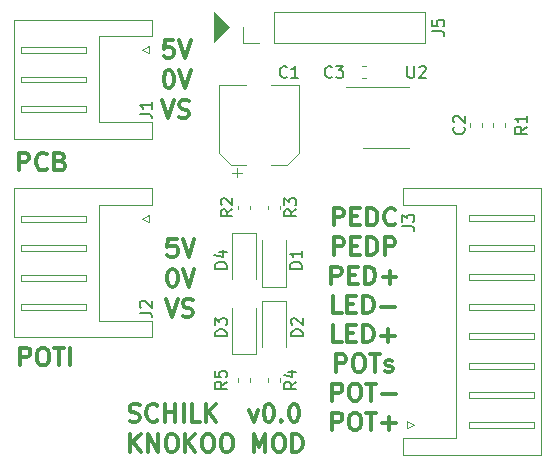
<source format=gbr>
G04 #@! TF.GenerationSoftware,KiCad,Pcbnew,(5.1.5)-3*
G04 #@! TF.CreationDate,2020-09-26T22:29:55+02:00*
G04 #@! TF.ProjectId,KnokooPedalCtrl,4b6e6f6b-6f6f-4506-9564-616c4374726c,v0.0*
G04 #@! TF.SameCoordinates,Original*
G04 #@! TF.FileFunction,Legend,Top*
G04 #@! TF.FilePolarity,Positive*
%FSLAX46Y46*%
G04 Gerber Fmt 4.6, Leading zero omitted, Abs format (unit mm)*
G04 Created by KiCad (PCBNEW (5.1.5)-3) date 2020-09-26 22:29:55*
%MOMM*%
%LPD*%
G04 APERTURE LIST*
%ADD10C,0.100000*%
%ADD11C,0.300000*%
%ADD12C,0.120000*%
%ADD13C,0.150000*%
G04 APERTURE END LIST*
D10*
G36*
X73660000Y-58420000D02*
G01*
X72390000Y-59690000D01*
X72390000Y-57150000D01*
X73660000Y-58420000D01*
G37*
X73660000Y-58420000D02*
X72390000Y-59690000D01*
X72390000Y-57150000D01*
X73660000Y-58420000D01*
D11*
X65250714Y-91724642D02*
X65465000Y-91796071D01*
X65822142Y-91796071D01*
X65965000Y-91724642D01*
X66036428Y-91653214D01*
X66107857Y-91510357D01*
X66107857Y-91367500D01*
X66036428Y-91224642D01*
X65965000Y-91153214D01*
X65822142Y-91081785D01*
X65536428Y-91010357D01*
X65393571Y-90938928D01*
X65322142Y-90867500D01*
X65250714Y-90724642D01*
X65250714Y-90581785D01*
X65322142Y-90438928D01*
X65393571Y-90367500D01*
X65536428Y-90296071D01*
X65893571Y-90296071D01*
X66107857Y-90367500D01*
X67607857Y-91653214D02*
X67536428Y-91724642D01*
X67322142Y-91796071D01*
X67179285Y-91796071D01*
X66965000Y-91724642D01*
X66822142Y-91581785D01*
X66750714Y-91438928D01*
X66679285Y-91153214D01*
X66679285Y-90938928D01*
X66750714Y-90653214D01*
X66822142Y-90510357D01*
X66965000Y-90367500D01*
X67179285Y-90296071D01*
X67322142Y-90296071D01*
X67536428Y-90367500D01*
X67607857Y-90438928D01*
X68250714Y-91796071D02*
X68250714Y-90296071D01*
X68250714Y-91010357D02*
X69107857Y-91010357D01*
X69107857Y-91796071D02*
X69107857Y-90296071D01*
X69822142Y-91796071D02*
X69822142Y-90296071D01*
X71250714Y-91796071D02*
X70536428Y-91796071D01*
X70536428Y-90296071D01*
X71750714Y-91796071D02*
X71750714Y-90296071D01*
X72607857Y-91796071D02*
X71965000Y-90938928D01*
X72607857Y-90296071D02*
X71750714Y-91153214D01*
X75393571Y-90796071D02*
X75750714Y-91796071D01*
X76107857Y-90796071D01*
X76965000Y-90296071D02*
X77107857Y-90296071D01*
X77250714Y-90367500D01*
X77322142Y-90438928D01*
X77393571Y-90581785D01*
X77465000Y-90867500D01*
X77465000Y-91224642D01*
X77393571Y-91510357D01*
X77322142Y-91653214D01*
X77250714Y-91724642D01*
X77107857Y-91796071D01*
X76965000Y-91796071D01*
X76822142Y-91724642D01*
X76750714Y-91653214D01*
X76679285Y-91510357D01*
X76607857Y-91224642D01*
X76607857Y-90867500D01*
X76679285Y-90581785D01*
X76750714Y-90438928D01*
X76822142Y-90367500D01*
X76965000Y-90296071D01*
X78107857Y-91653214D02*
X78179285Y-91724642D01*
X78107857Y-91796071D01*
X78036428Y-91724642D01*
X78107857Y-91653214D01*
X78107857Y-91796071D01*
X79107857Y-90296071D02*
X79250714Y-90296071D01*
X79393571Y-90367500D01*
X79465000Y-90438928D01*
X79536428Y-90581785D01*
X79607857Y-90867500D01*
X79607857Y-91224642D01*
X79536428Y-91510357D01*
X79465000Y-91653214D01*
X79393571Y-91724642D01*
X79250714Y-91796071D01*
X79107857Y-91796071D01*
X78965000Y-91724642D01*
X78893571Y-91653214D01*
X78822142Y-91510357D01*
X78750714Y-91224642D01*
X78750714Y-90867500D01*
X78822142Y-90581785D01*
X78893571Y-90438928D01*
X78965000Y-90367500D01*
X79107857Y-90296071D01*
X65322142Y-94346071D02*
X65322142Y-92846071D01*
X66179285Y-94346071D02*
X65536428Y-93488928D01*
X66179285Y-92846071D02*
X65322142Y-93703214D01*
X66822142Y-94346071D02*
X66822142Y-92846071D01*
X67679285Y-94346071D01*
X67679285Y-92846071D01*
X68679285Y-92846071D02*
X68965000Y-92846071D01*
X69107857Y-92917500D01*
X69250714Y-93060357D01*
X69322142Y-93346071D01*
X69322142Y-93846071D01*
X69250714Y-94131785D01*
X69107857Y-94274642D01*
X68965000Y-94346071D01*
X68679285Y-94346071D01*
X68536428Y-94274642D01*
X68393571Y-94131785D01*
X68322142Y-93846071D01*
X68322142Y-93346071D01*
X68393571Y-93060357D01*
X68536428Y-92917500D01*
X68679285Y-92846071D01*
X69965000Y-94346071D02*
X69965000Y-92846071D01*
X70822142Y-94346071D02*
X70179285Y-93488928D01*
X70822142Y-92846071D02*
X69965000Y-93703214D01*
X71750714Y-92846071D02*
X72036428Y-92846071D01*
X72179285Y-92917500D01*
X72322142Y-93060357D01*
X72393571Y-93346071D01*
X72393571Y-93846071D01*
X72322142Y-94131785D01*
X72179285Y-94274642D01*
X72036428Y-94346071D01*
X71750714Y-94346071D01*
X71607857Y-94274642D01*
X71465000Y-94131785D01*
X71393571Y-93846071D01*
X71393571Y-93346071D01*
X71465000Y-93060357D01*
X71607857Y-92917500D01*
X71750714Y-92846071D01*
X73322142Y-92846071D02*
X73607857Y-92846071D01*
X73750714Y-92917500D01*
X73893571Y-93060357D01*
X73965000Y-93346071D01*
X73965000Y-93846071D01*
X73893571Y-94131785D01*
X73750714Y-94274642D01*
X73607857Y-94346071D01*
X73322142Y-94346071D01*
X73179285Y-94274642D01*
X73036428Y-94131785D01*
X72965000Y-93846071D01*
X72965000Y-93346071D01*
X73036428Y-93060357D01*
X73179285Y-92917500D01*
X73322142Y-92846071D01*
X75750714Y-94346071D02*
X75750714Y-92846071D01*
X76250714Y-93917500D01*
X76750714Y-92846071D01*
X76750714Y-94346071D01*
X77750714Y-92846071D02*
X78036428Y-92846071D01*
X78179285Y-92917500D01*
X78322142Y-93060357D01*
X78393571Y-93346071D01*
X78393571Y-93846071D01*
X78322142Y-94131785D01*
X78179285Y-94274642D01*
X78036428Y-94346071D01*
X77750714Y-94346071D01*
X77607857Y-94274642D01*
X77465000Y-94131785D01*
X77393571Y-93846071D01*
X77393571Y-93346071D01*
X77465000Y-93060357D01*
X77607857Y-92917500D01*
X77750714Y-92846071D01*
X79036428Y-94346071D02*
X79036428Y-92846071D01*
X79393571Y-92846071D01*
X79607857Y-92917500D01*
X79750714Y-93060357D01*
X79822142Y-93203214D01*
X79893571Y-93488928D01*
X79893571Y-93703214D01*
X79822142Y-93988928D01*
X79750714Y-94131785D01*
X79607857Y-94274642D01*
X79393571Y-94346071D01*
X79036428Y-94346071D01*
X69246785Y-76321071D02*
X68532500Y-76321071D01*
X68461071Y-77035357D01*
X68532500Y-76963928D01*
X68675357Y-76892500D01*
X69032500Y-76892500D01*
X69175357Y-76963928D01*
X69246785Y-77035357D01*
X69318214Y-77178214D01*
X69318214Y-77535357D01*
X69246785Y-77678214D01*
X69175357Y-77749642D01*
X69032500Y-77821071D01*
X68675357Y-77821071D01*
X68532500Y-77749642D01*
X68461071Y-77678214D01*
X69746785Y-76321071D02*
X70246785Y-77821071D01*
X70746785Y-76321071D01*
X68818214Y-78871071D02*
X68961071Y-78871071D01*
X69103928Y-78942500D01*
X69175357Y-79013928D01*
X69246785Y-79156785D01*
X69318214Y-79442500D01*
X69318214Y-79799642D01*
X69246785Y-80085357D01*
X69175357Y-80228214D01*
X69103928Y-80299642D01*
X68961071Y-80371071D01*
X68818214Y-80371071D01*
X68675357Y-80299642D01*
X68603928Y-80228214D01*
X68532500Y-80085357D01*
X68461071Y-79799642D01*
X68461071Y-79442500D01*
X68532500Y-79156785D01*
X68603928Y-79013928D01*
X68675357Y-78942500D01*
X68818214Y-78871071D01*
X69746785Y-78871071D02*
X70246785Y-80371071D01*
X70746785Y-78871071D01*
X68318214Y-81421071D02*
X68818214Y-82921071D01*
X69318214Y-81421071D01*
X69746785Y-82849642D02*
X69961071Y-82921071D01*
X70318214Y-82921071D01*
X70461071Y-82849642D01*
X70532500Y-82778214D01*
X70603928Y-82635357D01*
X70603928Y-82492500D01*
X70532500Y-82349642D01*
X70461071Y-82278214D01*
X70318214Y-82206785D01*
X70032500Y-82135357D01*
X69889642Y-82063928D01*
X69818214Y-81992500D01*
X69746785Y-81849642D01*
X69746785Y-81706785D01*
X69818214Y-81563928D01*
X69889642Y-81492500D01*
X70032500Y-81421071D01*
X70389642Y-81421071D01*
X70603928Y-81492500D01*
X55995357Y-87038571D02*
X55995357Y-85538571D01*
X56566785Y-85538571D01*
X56709642Y-85610000D01*
X56781071Y-85681428D01*
X56852500Y-85824285D01*
X56852500Y-86038571D01*
X56781071Y-86181428D01*
X56709642Y-86252857D01*
X56566785Y-86324285D01*
X55995357Y-86324285D01*
X57781071Y-85538571D02*
X58066785Y-85538571D01*
X58209642Y-85610000D01*
X58352500Y-85752857D01*
X58423928Y-86038571D01*
X58423928Y-86538571D01*
X58352500Y-86824285D01*
X58209642Y-86967142D01*
X58066785Y-87038571D01*
X57781071Y-87038571D01*
X57638214Y-86967142D01*
X57495357Y-86824285D01*
X57423928Y-86538571D01*
X57423928Y-86038571D01*
X57495357Y-85752857D01*
X57638214Y-85610000D01*
X57781071Y-85538571D01*
X58852500Y-85538571D02*
X59709642Y-85538571D01*
X59281071Y-87038571D02*
X59281071Y-85538571D01*
X60209642Y-87038571D02*
X60209642Y-85538571D01*
X55892142Y-70528571D02*
X55892142Y-69028571D01*
X56463571Y-69028571D01*
X56606428Y-69100000D01*
X56677857Y-69171428D01*
X56749285Y-69314285D01*
X56749285Y-69528571D01*
X56677857Y-69671428D01*
X56606428Y-69742857D01*
X56463571Y-69814285D01*
X55892142Y-69814285D01*
X58249285Y-70385714D02*
X58177857Y-70457142D01*
X57963571Y-70528571D01*
X57820714Y-70528571D01*
X57606428Y-70457142D01*
X57463571Y-70314285D01*
X57392142Y-70171428D01*
X57320714Y-69885714D01*
X57320714Y-69671428D01*
X57392142Y-69385714D01*
X57463571Y-69242857D01*
X57606428Y-69100000D01*
X57820714Y-69028571D01*
X57963571Y-69028571D01*
X58177857Y-69100000D01*
X58249285Y-69171428D01*
X59392142Y-69742857D02*
X59606428Y-69814285D01*
X59677857Y-69885714D01*
X59749285Y-70028571D01*
X59749285Y-70242857D01*
X59677857Y-70385714D01*
X59606428Y-70457142D01*
X59463571Y-70528571D01*
X58892142Y-70528571D01*
X58892142Y-69028571D01*
X59392142Y-69028571D01*
X59535000Y-69100000D01*
X59606428Y-69171428D01*
X59677857Y-69314285D01*
X59677857Y-69457142D01*
X59606428Y-69600000D01*
X59535000Y-69671428D01*
X59392142Y-69742857D01*
X58892142Y-69742857D01*
X68929285Y-59493571D02*
X68215000Y-59493571D01*
X68143571Y-60207857D01*
X68215000Y-60136428D01*
X68357857Y-60065000D01*
X68715000Y-60065000D01*
X68857857Y-60136428D01*
X68929285Y-60207857D01*
X69000714Y-60350714D01*
X69000714Y-60707857D01*
X68929285Y-60850714D01*
X68857857Y-60922142D01*
X68715000Y-60993571D01*
X68357857Y-60993571D01*
X68215000Y-60922142D01*
X68143571Y-60850714D01*
X69429285Y-59493571D02*
X69929285Y-60993571D01*
X70429285Y-59493571D01*
X68500714Y-62043571D02*
X68643571Y-62043571D01*
X68786428Y-62115000D01*
X68857857Y-62186428D01*
X68929285Y-62329285D01*
X69000714Y-62615000D01*
X69000714Y-62972142D01*
X68929285Y-63257857D01*
X68857857Y-63400714D01*
X68786428Y-63472142D01*
X68643571Y-63543571D01*
X68500714Y-63543571D01*
X68357857Y-63472142D01*
X68286428Y-63400714D01*
X68215000Y-63257857D01*
X68143571Y-62972142D01*
X68143571Y-62615000D01*
X68215000Y-62329285D01*
X68286428Y-62186428D01*
X68357857Y-62115000D01*
X68500714Y-62043571D01*
X69429285Y-62043571D02*
X69929285Y-63543571D01*
X70429285Y-62043571D01*
X68000714Y-64593571D02*
X68500714Y-66093571D01*
X69000714Y-64593571D01*
X69429285Y-66022142D02*
X69643571Y-66093571D01*
X70000714Y-66093571D01*
X70143571Y-66022142D01*
X70215000Y-65950714D01*
X70286428Y-65807857D01*
X70286428Y-65665000D01*
X70215000Y-65522142D01*
X70143571Y-65450714D01*
X70000714Y-65379285D01*
X69715000Y-65307857D01*
X69572142Y-65236428D01*
X69500714Y-65165000D01*
X69429285Y-65022142D01*
X69429285Y-64879285D01*
X69500714Y-64736428D01*
X69572142Y-64665000D01*
X69715000Y-64593571D01*
X70072142Y-64593571D01*
X70286428Y-64665000D01*
X82518571Y-75178452D02*
X82518571Y-73728452D01*
X83090000Y-73728452D01*
X83232857Y-73797500D01*
X83304285Y-73866547D01*
X83375714Y-74004642D01*
X83375714Y-74211785D01*
X83304285Y-74349880D01*
X83232857Y-74418928D01*
X83090000Y-74487976D01*
X82518571Y-74487976D01*
X84018571Y-74418928D02*
X84518571Y-74418928D01*
X84732857Y-75178452D02*
X84018571Y-75178452D01*
X84018571Y-73728452D01*
X84732857Y-73728452D01*
X85375714Y-75178452D02*
X85375714Y-73728452D01*
X85732857Y-73728452D01*
X85947142Y-73797500D01*
X86090000Y-73935595D01*
X86161428Y-74073690D01*
X86232857Y-74349880D01*
X86232857Y-74557023D01*
X86161428Y-74833214D01*
X86090000Y-74971309D01*
X85947142Y-75109404D01*
X85732857Y-75178452D01*
X85375714Y-75178452D01*
X87732857Y-75040357D02*
X87661428Y-75109404D01*
X87447142Y-75178452D01*
X87304285Y-75178452D01*
X87090000Y-75109404D01*
X86947142Y-74971309D01*
X86875714Y-74833214D01*
X86804285Y-74557023D01*
X86804285Y-74349880D01*
X86875714Y-74073690D01*
X86947142Y-73935595D01*
X87090000Y-73797500D01*
X87304285Y-73728452D01*
X87447142Y-73728452D01*
X87661428Y-73797500D01*
X87732857Y-73866547D01*
X82518571Y-77653452D02*
X82518571Y-76203452D01*
X83090000Y-76203452D01*
X83232857Y-76272500D01*
X83304285Y-76341547D01*
X83375714Y-76479642D01*
X83375714Y-76686785D01*
X83304285Y-76824880D01*
X83232857Y-76893928D01*
X83090000Y-76962976D01*
X82518571Y-76962976D01*
X84018571Y-76893928D02*
X84518571Y-76893928D01*
X84732857Y-77653452D02*
X84018571Y-77653452D01*
X84018571Y-76203452D01*
X84732857Y-76203452D01*
X85375714Y-77653452D02*
X85375714Y-76203452D01*
X85732857Y-76203452D01*
X85947142Y-76272500D01*
X86090000Y-76410595D01*
X86161428Y-76548690D01*
X86232857Y-76824880D01*
X86232857Y-77032023D01*
X86161428Y-77308214D01*
X86090000Y-77446309D01*
X85947142Y-77584404D01*
X85732857Y-77653452D01*
X85375714Y-77653452D01*
X86875714Y-77653452D02*
X86875714Y-76203452D01*
X87447142Y-76203452D01*
X87590000Y-76272500D01*
X87661428Y-76341547D01*
X87732857Y-76479642D01*
X87732857Y-76686785D01*
X87661428Y-76824880D01*
X87590000Y-76893928D01*
X87447142Y-76962976D01*
X86875714Y-76962976D01*
X82340000Y-80128452D02*
X82340000Y-78678452D01*
X82911428Y-78678452D01*
X83054285Y-78747500D01*
X83125714Y-78816547D01*
X83197142Y-78954642D01*
X83197142Y-79161785D01*
X83125714Y-79299880D01*
X83054285Y-79368928D01*
X82911428Y-79437976D01*
X82340000Y-79437976D01*
X83840000Y-79368928D02*
X84340000Y-79368928D01*
X84554285Y-80128452D02*
X83840000Y-80128452D01*
X83840000Y-78678452D01*
X84554285Y-78678452D01*
X85197142Y-80128452D02*
X85197142Y-78678452D01*
X85554285Y-78678452D01*
X85768571Y-78747500D01*
X85911428Y-78885595D01*
X85982857Y-79023690D01*
X86054285Y-79299880D01*
X86054285Y-79507023D01*
X85982857Y-79783214D01*
X85911428Y-79921309D01*
X85768571Y-80059404D01*
X85554285Y-80128452D01*
X85197142Y-80128452D01*
X86697142Y-79576071D02*
X87840000Y-79576071D01*
X87268571Y-80128452D02*
X87268571Y-79023690D01*
X83197142Y-82603452D02*
X82482857Y-82603452D01*
X82482857Y-81153452D01*
X83697142Y-81843928D02*
X84197142Y-81843928D01*
X84411428Y-82603452D02*
X83697142Y-82603452D01*
X83697142Y-81153452D01*
X84411428Y-81153452D01*
X85054285Y-82603452D02*
X85054285Y-81153452D01*
X85411428Y-81153452D01*
X85625714Y-81222500D01*
X85768571Y-81360595D01*
X85840000Y-81498690D01*
X85911428Y-81774880D01*
X85911428Y-81982023D01*
X85840000Y-82258214D01*
X85768571Y-82396309D01*
X85625714Y-82534404D01*
X85411428Y-82603452D01*
X85054285Y-82603452D01*
X86554285Y-82051071D02*
X87697142Y-82051071D01*
X83197142Y-85078452D02*
X82482857Y-85078452D01*
X82482857Y-83628452D01*
X83697142Y-84318928D02*
X84197142Y-84318928D01*
X84411428Y-85078452D02*
X83697142Y-85078452D01*
X83697142Y-83628452D01*
X84411428Y-83628452D01*
X85054285Y-85078452D02*
X85054285Y-83628452D01*
X85411428Y-83628452D01*
X85625714Y-83697500D01*
X85768571Y-83835595D01*
X85840000Y-83973690D01*
X85911428Y-84249880D01*
X85911428Y-84457023D01*
X85840000Y-84733214D01*
X85768571Y-84871309D01*
X85625714Y-85009404D01*
X85411428Y-85078452D01*
X85054285Y-85078452D01*
X86554285Y-84526071D02*
X87697142Y-84526071D01*
X87125714Y-85078452D02*
X87125714Y-83973690D01*
X82732857Y-87553452D02*
X82732857Y-86103452D01*
X83304285Y-86103452D01*
X83447142Y-86172500D01*
X83518571Y-86241547D01*
X83590000Y-86379642D01*
X83590000Y-86586785D01*
X83518571Y-86724880D01*
X83447142Y-86793928D01*
X83304285Y-86862976D01*
X82732857Y-86862976D01*
X84518571Y-86103452D02*
X84804285Y-86103452D01*
X84947142Y-86172500D01*
X85090000Y-86310595D01*
X85161428Y-86586785D01*
X85161428Y-87070119D01*
X85090000Y-87346309D01*
X84947142Y-87484404D01*
X84804285Y-87553452D01*
X84518571Y-87553452D01*
X84375714Y-87484404D01*
X84232857Y-87346309D01*
X84161428Y-87070119D01*
X84161428Y-86586785D01*
X84232857Y-86310595D01*
X84375714Y-86172500D01*
X84518571Y-86103452D01*
X85590000Y-86103452D02*
X86447142Y-86103452D01*
X86018571Y-87553452D02*
X86018571Y-86103452D01*
X86875714Y-87484404D02*
X87018571Y-87553452D01*
X87304285Y-87553452D01*
X87447142Y-87484404D01*
X87518571Y-87346309D01*
X87518571Y-87277261D01*
X87447142Y-87139166D01*
X87304285Y-87070119D01*
X87090000Y-87070119D01*
X86947142Y-87001071D01*
X86875714Y-86862976D01*
X86875714Y-86793928D01*
X86947142Y-86655833D01*
X87090000Y-86586785D01*
X87304285Y-86586785D01*
X87447142Y-86655833D01*
X82411428Y-90028452D02*
X82411428Y-88578452D01*
X82982857Y-88578452D01*
X83125714Y-88647500D01*
X83197142Y-88716547D01*
X83268571Y-88854642D01*
X83268571Y-89061785D01*
X83197142Y-89199880D01*
X83125714Y-89268928D01*
X82982857Y-89337976D01*
X82411428Y-89337976D01*
X84197142Y-88578452D02*
X84482857Y-88578452D01*
X84625714Y-88647500D01*
X84768571Y-88785595D01*
X84840000Y-89061785D01*
X84840000Y-89545119D01*
X84768571Y-89821309D01*
X84625714Y-89959404D01*
X84482857Y-90028452D01*
X84197142Y-90028452D01*
X84054285Y-89959404D01*
X83911428Y-89821309D01*
X83840000Y-89545119D01*
X83840000Y-89061785D01*
X83911428Y-88785595D01*
X84054285Y-88647500D01*
X84197142Y-88578452D01*
X85268571Y-88578452D02*
X86125714Y-88578452D01*
X85697142Y-90028452D02*
X85697142Y-88578452D01*
X86625714Y-89476071D02*
X87768571Y-89476071D01*
X82411428Y-92503452D02*
X82411428Y-91053452D01*
X82982857Y-91053452D01*
X83125714Y-91122500D01*
X83197142Y-91191547D01*
X83268571Y-91329642D01*
X83268571Y-91536785D01*
X83197142Y-91674880D01*
X83125714Y-91743928D01*
X82982857Y-91812976D01*
X82411428Y-91812976D01*
X84197142Y-91053452D02*
X84482857Y-91053452D01*
X84625714Y-91122500D01*
X84768571Y-91260595D01*
X84840000Y-91536785D01*
X84840000Y-92020119D01*
X84768571Y-92296309D01*
X84625714Y-92434404D01*
X84482857Y-92503452D01*
X84197142Y-92503452D01*
X84054285Y-92434404D01*
X83911428Y-92296309D01*
X83840000Y-92020119D01*
X83840000Y-91536785D01*
X83911428Y-91260595D01*
X84054285Y-91122500D01*
X84197142Y-91053452D01*
X85268571Y-91053452D02*
X86125714Y-91053452D01*
X85697142Y-92503452D02*
X85697142Y-91053452D01*
X86625714Y-91951071D02*
X87768571Y-91951071D01*
X87197142Y-92503452D02*
X87197142Y-91398690D01*
D12*
X66870000Y-74912500D02*
X66270000Y-74612500D01*
X66870000Y-74312500D02*
X66870000Y-74912500D01*
X66270000Y-74612500D02*
X66870000Y-74312500D01*
X61570000Y-82362500D02*
X61570000Y-81862500D01*
X56070000Y-82362500D02*
X61570000Y-82362500D01*
X56070000Y-81862500D02*
X56070000Y-82362500D01*
X61570000Y-81862500D02*
X56070000Y-81862500D01*
X61570000Y-79862500D02*
X61570000Y-79362500D01*
X56070000Y-79862500D02*
X61570000Y-79862500D01*
X56070000Y-79362500D02*
X56070000Y-79862500D01*
X61570000Y-79362500D02*
X56070000Y-79362500D01*
X61570000Y-77362500D02*
X61570000Y-76862500D01*
X56070000Y-77362500D02*
X61570000Y-77362500D01*
X56070000Y-76862500D02*
X56070000Y-77362500D01*
X61570000Y-76862500D02*
X56070000Y-76862500D01*
X61570000Y-74862500D02*
X61570000Y-74362500D01*
X56070000Y-74862500D02*
X61570000Y-74862500D01*
X56070000Y-74362500D02*
X56070000Y-74862500D01*
X61570000Y-74362500D02*
X56070000Y-74362500D01*
X62680000Y-83252500D02*
X62680000Y-78362500D01*
X67180000Y-83252500D02*
X62680000Y-83252500D01*
X67180000Y-84672500D02*
X67180000Y-83252500D01*
X55460000Y-84672500D02*
X67180000Y-84672500D01*
X55460000Y-78362500D02*
X55460000Y-84672500D01*
X62680000Y-73472500D02*
X62680000Y-78362500D01*
X67180000Y-73472500D02*
X62680000Y-73472500D01*
X67180000Y-72052500D02*
X67180000Y-73472500D01*
X55460000Y-72052500D02*
X67180000Y-72052500D01*
X55460000Y-78362500D02*
X55460000Y-72052500D01*
X86995000Y-63480000D02*
X83545000Y-63480000D01*
X86995000Y-63480000D02*
X88945000Y-63480000D01*
X86995000Y-68600000D02*
X85045000Y-68600000D01*
X86995000Y-68600000D02*
X88945000Y-68600000D01*
X75440000Y-88427779D02*
X75440000Y-88102221D01*
X74420000Y-88427779D02*
X74420000Y-88102221D01*
X76960000Y-88102221D02*
X76960000Y-88427779D01*
X77980000Y-88102221D02*
X77980000Y-88427779D01*
X76960000Y-73497221D02*
X76960000Y-73822779D01*
X77980000Y-73497221D02*
X77980000Y-73822779D01*
X75440000Y-73822779D02*
X75440000Y-73497221D01*
X74420000Y-73822779D02*
X74420000Y-73497221D01*
X97030000Y-66837779D02*
X97030000Y-66512221D01*
X96010000Y-66837779D02*
X96010000Y-66512221D01*
X74870000Y-59750000D02*
X74870000Y-58420000D01*
X76200000Y-59750000D02*
X74870000Y-59750000D01*
X77470000Y-59750000D02*
X77470000Y-57090000D01*
X77470000Y-57090000D02*
X90230000Y-57090000D01*
X77470000Y-59750000D02*
X90230000Y-59750000D01*
X90230000Y-59750000D02*
X90230000Y-57090000D01*
X88705000Y-91775000D02*
X89305000Y-92075000D01*
X88705000Y-92375000D02*
X88705000Y-91775000D01*
X89305000Y-92075000D02*
X88705000Y-92375000D01*
X94005000Y-74325000D02*
X94005000Y-74825000D01*
X99505000Y-74325000D02*
X94005000Y-74325000D01*
X99505000Y-74825000D02*
X99505000Y-74325000D01*
X94005000Y-74825000D02*
X99505000Y-74825000D01*
X94005000Y-76825000D02*
X94005000Y-77325000D01*
X99505000Y-76825000D02*
X94005000Y-76825000D01*
X99505000Y-77325000D02*
X99505000Y-76825000D01*
X94005000Y-77325000D02*
X99505000Y-77325000D01*
X94005000Y-79325000D02*
X94005000Y-79825000D01*
X99505000Y-79325000D02*
X94005000Y-79325000D01*
X99505000Y-79825000D02*
X99505000Y-79325000D01*
X94005000Y-79825000D02*
X99505000Y-79825000D01*
X94005000Y-81825000D02*
X94005000Y-82325000D01*
X99505000Y-81825000D02*
X94005000Y-81825000D01*
X99505000Y-82325000D02*
X99505000Y-81825000D01*
X94005000Y-82325000D02*
X99505000Y-82325000D01*
X94005000Y-84325000D02*
X94005000Y-84825000D01*
X99505000Y-84325000D02*
X94005000Y-84325000D01*
X99505000Y-84825000D02*
X99505000Y-84325000D01*
X94005000Y-84825000D02*
X99505000Y-84825000D01*
X94005000Y-86825000D02*
X94005000Y-87325000D01*
X99505000Y-86825000D02*
X94005000Y-86825000D01*
X99505000Y-87325000D02*
X99505000Y-86825000D01*
X94005000Y-87325000D02*
X99505000Y-87325000D01*
X94005000Y-89325000D02*
X94005000Y-89825000D01*
X99505000Y-89325000D02*
X94005000Y-89325000D01*
X99505000Y-89825000D02*
X99505000Y-89325000D01*
X94005000Y-89825000D02*
X99505000Y-89825000D01*
X94005000Y-91825000D02*
X94005000Y-92325000D01*
X99505000Y-91825000D02*
X94005000Y-91825000D01*
X99505000Y-92325000D02*
X99505000Y-91825000D01*
X94005000Y-92325000D02*
X99505000Y-92325000D01*
X92895000Y-73435000D02*
X92895000Y-83325000D01*
X88395000Y-73435000D02*
X92895000Y-73435000D01*
X88395000Y-72015000D02*
X88395000Y-73435000D01*
X100115000Y-72015000D02*
X88395000Y-72015000D01*
X100115000Y-83325000D02*
X100115000Y-72015000D01*
X92895000Y-93215000D02*
X92895000Y-83325000D01*
X88395000Y-93215000D02*
X92895000Y-93215000D01*
X88395000Y-94635000D02*
X88395000Y-93215000D01*
X100115000Y-94635000D02*
X88395000Y-94635000D01*
X100115000Y-83325000D02*
X100115000Y-94635000D01*
X66870000Y-60625000D02*
X66270000Y-60325000D01*
X66870000Y-60025000D02*
X66870000Y-60625000D01*
X66270000Y-60325000D02*
X66870000Y-60025000D01*
X61570000Y-65575000D02*
X61570000Y-65075000D01*
X56070000Y-65575000D02*
X61570000Y-65575000D01*
X56070000Y-65075000D02*
X56070000Y-65575000D01*
X61570000Y-65075000D02*
X56070000Y-65075000D01*
X61570000Y-63075000D02*
X61570000Y-62575000D01*
X56070000Y-63075000D02*
X61570000Y-63075000D01*
X56070000Y-62575000D02*
X56070000Y-63075000D01*
X61570000Y-62575000D02*
X56070000Y-62575000D01*
X61570000Y-60575000D02*
X61570000Y-60075000D01*
X56070000Y-60575000D02*
X61570000Y-60575000D01*
X56070000Y-60075000D02*
X56070000Y-60575000D01*
X61570000Y-60075000D02*
X56070000Y-60075000D01*
X62680000Y-66465000D02*
X62680000Y-62825000D01*
X67180000Y-66465000D02*
X62680000Y-66465000D01*
X67180000Y-67885000D02*
X67180000Y-66465000D01*
X55460000Y-67885000D02*
X67180000Y-67885000D01*
X55460000Y-62825000D02*
X55460000Y-67885000D01*
X62680000Y-59185000D02*
X62680000Y-62825000D01*
X67180000Y-59185000D02*
X62680000Y-59185000D01*
X67180000Y-57765000D02*
X67180000Y-59185000D01*
X55460000Y-57765000D02*
X67180000Y-57765000D01*
X55460000Y-62825000D02*
X55460000Y-57765000D01*
X75930000Y-75855000D02*
X75930000Y-79755000D01*
X73930000Y-75855000D02*
X73930000Y-79755000D01*
X75930000Y-75855000D02*
X73930000Y-75855000D01*
X73930000Y-86070000D02*
X73930000Y-82170000D01*
X75930000Y-86070000D02*
X75930000Y-82170000D01*
X73930000Y-86070000D02*
X75930000Y-86070000D01*
X78470000Y-81570000D02*
X78470000Y-85470000D01*
X76470000Y-81570000D02*
X76470000Y-85470000D01*
X78470000Y-81570000D02*
X76470000Y-81570000D01*
X76470000Y-80355000D02*
X76470000Y-76455000D01*
X78470000Y-80355000D02*
X78470000Y-76455000D01*
X76470000Y-80355000D02*
X78470000Y-80355000D01*
X84927221Y-62740000D02*
X85252779Y-62740000D01*
X84927221Y-61720000D02*
X85252779Y-61720000D01*
X95125000Y-66837779D02*
X95125000Y-66512221D01*
X94105000Y-66837779D02*
X94105000Y-66512221D01*
X73958750Y-70718750D02*
X74746250Y-70718750D01*
X74352500Y-71112500D02*
X74352500Y-70325000D01*
X78545563Y-70085000D02*
X79610000Y-69020563D01*
X73854437Y-70085000D02*
X72790000Y-69020563D01*
X73854437Y-70085000D02*
X75140000Y-70085000D01*
X78545563Y-70085000D02*
X77260000Y-70085000D01*
X79610000Y-69020563D02*
X79610000Y-63265000D01*
X72790000Y-69020563D02*
X72790000Y-63265000D01*
X72790000Y-63265000D02*
X75140000Y-63265000D01*
X79610000Y-63265000D02*
X77260000Y-63265000D01*
D13*
X66127380Y-82565833D02*
X66841666Y-82565833D01*
X66984523Y-82613452D01*
X67079761Y-82708690D01*
X67127380Y-82851547D01*
X67127380Y-82946785D01*
X66222619Y-82137261D02*
X66175000Y-82089642D01*
X66127380Y-81994404D01*
X66127380Y-81756309D01*
X66175000Y-81661071D01*
X66222619Y-81613452D01*
X66317857Y-81565833D01*
X66413095Y-81565833D01*
X66555952Y-81613452D01*
X67127380Y-82184880D01*
X67127380Y-81565833D01*
X88773095Y-61682380D02*
X88773095Y-62491904D01*
X88820714Y-62587142D01*
X88868333Y-62634761D01*
X88963571Y-62682380D01*
X89154047Y-62682380D01*
X89249285Y-62634761D01*
X89296904Y-62587142D01*
X89344523Y-62491904D01*
X89344523Y-61682380D01*
X89773095Y-61777619D02*
X89820714Y-61730000D01*
X89915952Y-61682380D01*
X90154047Y-61682380D01*
X90249285Y-61730000D01*
X90296904Y-61777619D01*
X90344523Y-61872857D01*
X90344523Y-61968095D01*
X90296904Y-62110952D01*
X89725476Y-62682380D01*
X90344523Y-62682380D01*
X73477380Y-88431666D02*
X73001190Y-88765000D01*
X73477380Y-89003095D02*
X72477380Y-89003095D01*
X72477380Y-88622142D01*
X72525000Y-88526904D01*
X72572619Y-88479285D01*
X72667857Y-88431666D01*
X72810714Y-88431666D01*
X72905952Y-88479285D01*
X72953571Y-88526904D01*
X73001190Y-88622142D01*
X73001190Y-89003095D01*
X72477380Y-87526904D02*
X72477380Y-88003095D01*
X72953571Y-88050714D01*
X72905952Y-88003095D01*
X72858333Y-87907857D01*
X72858333Y-87669761D01*
X72905952Y-87574523D01*
X72953571Y-87526904D01*
X73048809Y-87479285D01*
X73286904Y-87479285D01*
X73382142Y-87526904D01*
X73429761Y-87574523D01*
X73477380Y-87669761D01*
X73477380Y-87907857D01*
X73429761Y-88003095D01*
X73382142Y-88050714D01*
X79352380Y-88431666D02*
X78876190Y-88765000D01*
X79352380Y-89003095D02*
X78352380Y-89003095D01*
X78352380Y-88622142D01*
X78400000Y-88526904D01*
X78447619Y-88479285D01*
X78542857Y-88431666D01*
X78685714Y-88431666D01*
X78780952Y-88479285D01*
X78828571Y-88526904D01*
X78876190Y-88622142D01*
X78876190Y-89003095D01*
X78685714Y-87574523D02*
X79352380Y-87574523D01*
X78304761Y-87812619D02*
X79019047Y-88050714D01*
X79019047Y-87431666D01*
X79352380Y-73826666D02*
X78876190Y-74160000D01*
X79352380Y-74398095D02*
X78352380Y-74398095D01*
X78352380Y-74017142D01*
X78400000Y-73921904D01*
X78447619Y-73874285D01*
X78542857Y-73826666D01*
X78685714Y-73826666D01*
X78780952Y-73874285D01*
X78828571Y-73921904D01*
X78876190Y-74017142D01*
X78876190Y-74398095D01*
X78352380Y-73493333D02*
X78352380Y-72874285D01*
X78733333Y-73207619D01*
X78733333Y-73064761D01*
X78780952Y-72969523D01*
X78828571Y-72921904D01*
X78923809Y-72874285D01*
X79161904Y-72874285D01*
X79257142Y-72921904D01*
X79304761Y-72969523D01*
X79352380Y-73064761D01*
X79352380Y-73350476D01*
X79304761Y-73445714D01*
X79257142Y-73493333D01*
X73952380Y-73826666D02*
X73476190Y-74160000D01*
X73952380Y-74398095D02*
X72952380Y-74398095D01*
X72952380Y-74017142D01*
X73000000Y-73921904D01*
X73047619Y-73874285D01*
X73142857Y-73826666D01*
X73285714Y-73826666D01*
X73380952Y-73874285D01*
X73428571Y-73921904D01*
X73476190Y-74017142D01*
X73476190Y-74398095D01*
X73047619Y-73445714D02*
X73000000Y-73398095D01*
X72952380Y-73302857D01*
X72952380Y-73064761D01*
X73000000Y-72969523D01*
X73047619Y-72921904D01*
X73142857Y-72874285D01*
X73238095Y-72874285D01*
X73380952Y-72921904D01*
X73952380Y-73493333D01*
X73952380Y-72874285D01*
X98877380Y-66841666D02*
X98401190Y-67175000D01*
X98877380Y-67413095D02*
X97877380Y-67413095D01*
X97877380Y-67032142D01*
X97925000Y-66936904D01*
X97972619Y-66889285D01*
X98067857Y-66841666D01*
X98210714Y-66841666D01*
X98305952Y-66889285D01*
X98353571Y-66936904D01*
X98401190Y-67032142D01*
X98401190Y-67413095D01*
X98877380Y-65889285D02*
X98877380Y-66460714D01*
X98877380Y-66175000D02*
X97877380Y-66175000D01*
X98020238Y-66270238D01*
X98115476Y-66365476D01*
X98163095Y-66460714D01*
X90892380Y-58753333D02*
X91606666Y-58753333D01*
X91749523Y-58800952D01*
X91844761Y-58896190D01*
X91892380Y-59039047D01*
X91892380Y-59134285D01*
X90892380Y-57800952D02*
X90892380Y-58277142D01*
X91368571Y-58324761D01*
X91320952Y-58277142D01*
X91273333Y-58181904D01*
X91273333Y-57943809D01*
X91320952Y-57848571D01*
X91368571Y-57800952D01*
X91463809Y-57753333D01*
X91701904Y-57753333D01*
X91797142Y-57800952D01*
X91844761Y-57848571D01*
X91892380Y-57943809D01*
X91892380Y-58181904D01*
X91844761Y-58277142D01*
X91797142Y-58324761D01*
X88352380Y-75263333D02*
X89066666Y-75263333D01*
X89209523Y-75310952D01*
X89304761Y-75406190D01*
X89352380Y-75549047D01*
X89352380Y-75644285D01*
X88352380Y-74882380D02*
X88352380Y-74263333D01*
X88733333Y-74596666D01*
X88733333Y-74453809D01*
X88780952Y-74358571D01*
X88828571Y-74310952D01*
X88923809Y-74263333D01*
X89161904Y-74263333D01*
X89257142Y-74310952D01*
X89304761Y-74358571D01*
X89352380Y-74453809D01*
X89352380Y-74739523D01*
X89304761Y-74834761D01*
X89257142Y-74882380D01*
X66127380Y-65738333D02*
X66841666Y-65738333D01*
X66984523Y-65785952D01*
X67079761Y-65881190D01*
X67127380Y-66024047D01*
X67127380Y-66119285D01*
X67127380Y-64738333D02*
X67127380Y-65309761D01*
X67127380Y-65024047D02*
X66127380Y-65024047D01*
X66270238Y-65119285D01*
X66365476Y-65214523D01*
X66413095Y-65309761D01*
X73477380Y-78843095D02*
X72477380Y-78843095D01*
X72477380Y-78605000D01*
X72525000Y-78462142D01*
X72620238Y-78366904D01*
X72715476Y-78319285D01*
X72905952Y-78271666D01*
X73048809Y-78271666D01*
X73239285Y-78319285D01*
X73334523Y-78366904D01*
X73429761Y-78462142D01*
X73477380Y-78605000D01*
X73477380Y-78843095D01*
X72810714Y-77414523D02*
X73477380Y-77414523D01*
X72429761Y-77652619D02*
X73144047Y-77890714D01*
X73144047Y-77271666D01*
X73477380Y-84558095D02*
X72477380Y-84558095D01*
X72477380Y-84320000D01*
X72525000Y-84177142D01*
X72620238Y-84081904D01*
X72715476Y-84034285D01*
X72905952Y-83986666D01*
X73048809Y-83986666D01*
X73239285Y-84034285D01*
X73334523Y-84081904D01*
X73429761Y-84177142D01*
X73477380Y-84320000D01*
X73477380Y-84558095D01*
X72477380Y-83653333D02*
X72477380Y-83034285D01*
X72858333Y-83367619D01*
X72858333Y-83224761D01*
X72905952Y-83129523D01*
X72953571Y-83081904D01*
X73048809Y-83034285D01*
X73286904Y-83034285D01*
X73382142Y-83081904D01*
X73429761Y-83129523D01*
X73477380Y-83224761D01*
X73477380Y-83510476D01*
X73429761Y-83605714D01*
X73382142Y-83653333D01*
X79922380Y-84558095D02*
X78922380Y-84558095D01*
X78922380Y-84320000D01*
X78970000Y-84177142D01*
X79065238Y-84081904D01*
X79160476Y-84034285D01*
X79350952Y-83986666D01*
X79493809Y-83986666D01*
X79684285Y-84034285D01*
X79779523Y-84081904D01*
X79874761Y-84177142D01*
X79922380Y-84320000D01*
X79922380Y-84558095D01*
X79017619Y-83605714D02*
X78970000Y-83558095D01*
X78922380Y-83462857D01*
X78922380Y-83224761D01*
X78970000Y-83129523D01*
X79017619Y-83081904D01*
X79112857Y-83034285D01*
X79208095Y-83034285D01*
X79350952Y-83081904D01*
X79922380Y-83653333D01*
X79922380Y-83034285D01*
X79827380Y-78843095D02*
X78827380Y-78843095D01*
X78827380Y-78605000D01*
X78875000Y-78462142D01*
X78970238Y-78366904D01*
X79065476Y-78319285D01*
X79255952Y-78271666D01*
X79398809Y-78271666D01*
X79589285Y-78319285D01*
X79684523Y-78366904D01*
X79779761Y-78462142D01*
X79827380Y-78605000D01*
X79827380Y-78843095D01*
X79827380Y-77319285D02*
X79827380Y-77890714D01*
X79827380Y-77605000D02*
X78827380Y-77605000D01*
X78970238Y-77700238D01*
X79065476Y-77795476D01*
X79113095Y-77890714D01*
X82383333Y-62587142D02*
X82335714Y-62634761D01*
X82192857Y-62682380D01*
X82097619Y-62682380D01*
X81954761Y-62634761D01*
X81859523Y-62539523D01*
X81811904Y-62444285D01*
X81764285Y-62253809D01*
X81764285Y-62110952D01*
X81811904Y-61920476D01*
X81859523Y-61825238D01*
X81954761Y-61730000D01*
X82097619Y-61682380D01*
X82192857Y-61682380D01*
X82335714Y-61730000D01*
X82383333Y-61777619D01*
X82716666Y-61682380D02*
X83335714Y-61682380D01*
X83002380Y-62063333D01*
X83145238Y-62063333D01*
X83240476Y-62110952D01*
X83288095Y-62158571D01*
X83335714Y-62253809D01*
X83335714Y-62491904D01*
X83288095Y-62587142D01*
X83240476Y-62634761D01*
X83145238Y-62682380D01*
X82859523Y-62682380D01*
X82764285Y-62634761D01*
X82716666Y-62587142D01*
X93542142Y-66841666D02*
X93589761Y-66889285D01*
X93637380Y-67032142D01*
X93637380Y-67127380D01*
X93589761Y-67270238D01*
X93494523Y-67365476D01*
X93399285Y-67413095D01*
X93208809Y-67460714D01*
X93065952Y-67460714D01*
X92875476Y-67413095D01*
X92780238Y-67365476D01*
X92685000Y-67270238D01*
X92637380Y-67127380D01*
X92637380Y-67032142D01*
X92685000Y-66889285D01*
X92732619Y-66841666D01*
X92732619Y-66460714D02*
X92685000Y-66413095D01*
X92637380Y-66317857D01*
X92637380Y-66079761D01*
X92685000Y-65984523D01*
X92732619Y-65936904D01*
X92827857Y-65889285D01*
X92923095Y-65889285D01*
X93065952Y-65936904D01*
X93637380Y-66508333D01*
X93637380Y-65889285D01*
X78573333Y-62587142D02*
X78525714Y-62634761D01*
X78382857Y-62682380D01*
X78287619Y-62682380D01*
X78144761Y-62634761D01*
X78049523Y-62539523D01*
X78001904Y-62444285D01*
X77954285Y-62253809D01*
X77954285Y-62110952D01*
X78001904Y-61920476D01*
X78049523Y-61825238D01*
X78144761Y-61730000D01*
X78287619Y-61682380D01*
X78382857Y-61682380D01*
X78525714Y-61730000D01*
X78573333Y-61777619D01*
X79525714Y-62682380D02*
X78954285Y-62682380D01*
X79240000Y-62682380D02*
X79240000Y-61682380D01*
X79144761Y-61825238D01*
X79049523Y-61920476D01*
X78954285Y-61968095D01*
M02*

</source>
